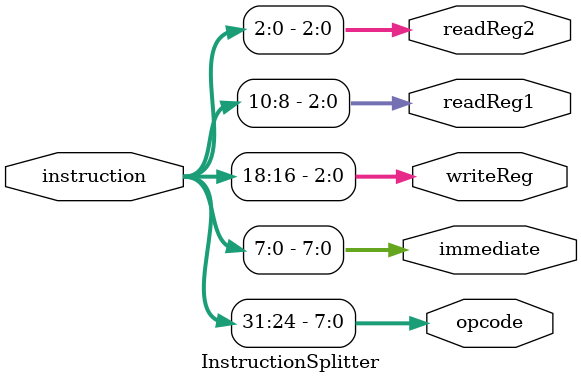
<source format=v>
module InstructionSplitter(instruction, opcode, writeReg, readReg1, readReg2, immediate);
  input [31:0] instruction;
  output [7:0] opcode, immediate;
  output [2:0] writeReg, readReg1, readReg2;

  assign opcode = instruction[31:24];
  assign writeReg = instruction[18:16]; // 8 bits are allocated but register file uses 3
  assign readReg1 = instruction[10:8];
  assign readReg2 = instruction[2:0];
  assign immediate = instruction[7:0]; 

endmodule
</source>
